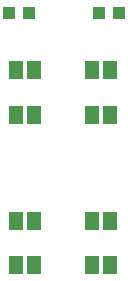
<source format=gbr>
G04 EAGLE Gerber RS-274X export*
G75*
%MOMM*%
%FSLAX34Y34*%
%LPD*%
%INSolderpaste Bottom*%
%IPPOS*%
%AMOC8*
5,1,8,0,0,1.08239X$1,22.5*%
G01*
%ADD10R,1.000000X1.100000*%
%ADD11R,1.168400X1.600200*%


D10*
X300110Y481330D03*
X317110Y481330D03*
X393310Y481330D03*
X376310Y481330D03*
D11*
X386080Y433070D03*
X370840Y433070D03*
X386080Y304800D03*
X370840Y304800D03*
X306070Y304800D03*
X321310Y304800D03*
X306070Y433070D03*
X321310Y433070D03*
X386080Y394970D03*
X370840Y394970D03*
X386080Y267970D03*
X370840Y267970D03*
X306070Y267970D03*
X321310Y267970D03*
X306070Y394970D03*
X321310Y394970D03*
M02*

</source>
